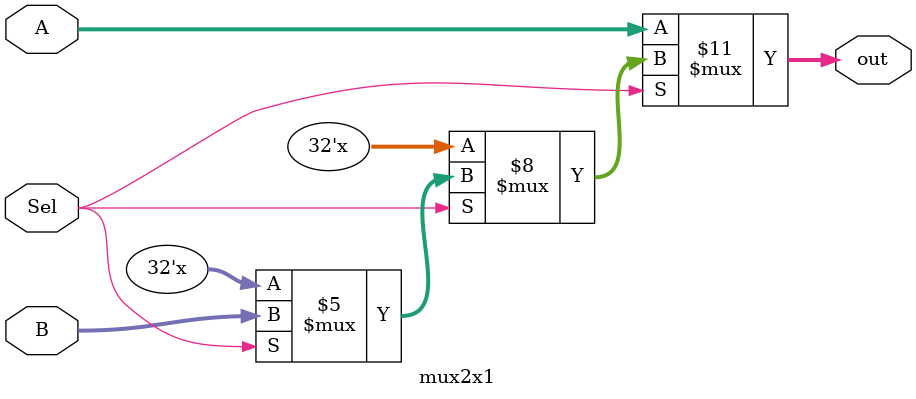
<source format=v>
module mux2x1(
	input [31:0]A,
	input [31:0]B,
	input Sel,
	output reg [31:0]out);
	
	always @(*)begin
		if(Sel == 0)
			out = A;
		else if(Sel == 1)
			out = B;
	end	 
	
endmodule
</source>
